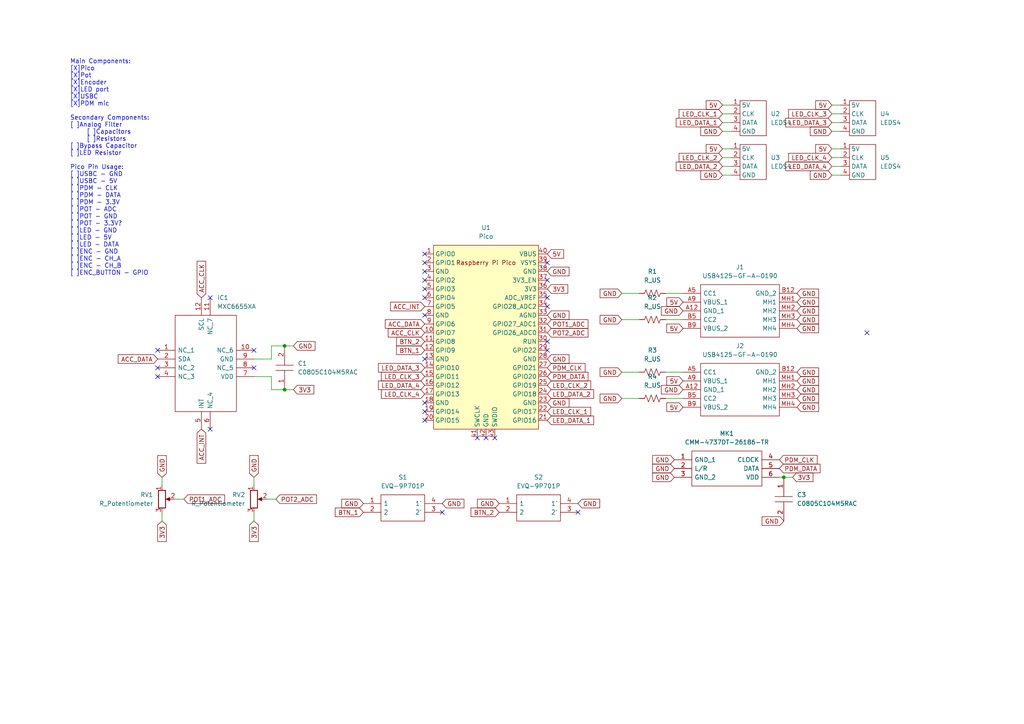
<source format=kicad_sch>
(kicad_sch (version 20211123) (generator eeschema)
  (paper "A4")
  (lib_symbols
    (symbol "CustomParts:LEDS4"
      (property "Reference" "U" (at 0 0 0))
      (property "Value" "LEDS4" (at 0 0 0))
      (symbol "LEDS4_0_1"
        (rectangle (start -3.81 -1.27) (end 3.81 -11.43))
      )
      (symbol "LEDS4_1_1"
        (pin input line (at -6.35 -2.54 0) (length 2.54) (name "5V") (number "1"))
        (pin input line (at -6.35 -5.08 0) (length 2.54) (name "CLK") (number "2"))
        (pin input line (at -6.35 -7.62 0) (length 2.54) (name "DATA") (number "3"))
        (pin input line (at -6.35 -10.16 0) (length 2.54) (name "GND") (number "4"))
      )
    )
    (symbol "Device:R_Potentiometer" (pin_names (offset 1.016) hide)
      (property "Reference" "RV" (at -4.445 0 90))
      (property "Value" "R_Potentiometer" (at -2.54 0 90))
      (symbol "R_Potentiometer_0_1"
        (polyline (pts (xy 2.54 0) (xy 1.524 0)))
        (polyline (pts (xy 1.143 0) (xy 2.286 0.508) (xy 2.286 -0.508) (xy 1.143 0)) (fill (type outline)))
        (rectangle (start 1.016 2.54) (end -1.016 -2.54) (stroke (width 0.254)))
      )
      (symbol "R_Potentiometer_1_1"
        (pin passive line (at 0 3.81 270) (length 1.27) (name "1") (number "1"))
        (pin passive line (at 3.81 0 180) (length 1.27) (name "2") (number "2"))
        (pin passive line (at 0 -3.81 90) (length 1.27) (name "3") (number "3"))
      )
    )
    (symbol "Device:R_US" (pin_numbers hide) (pin_names (offset 0))
      (property "Reference" "R" (at 2.54 0 90))
      (property "Value" "R_US" (at -2.54 0 90))
      (symbol "R_US_0_1"
        (polyline (pts (xy 0 -2.286) (xy 0 -2.54)))
        (polyline (pts (xy 0 2.286) (xy 0 2.54)))
        (polyline (pts (xy 0 -0.762) (xy 1.016 -1.143) (xy 0 -1.524) (xy -1.016 -1.905) (xy 0 -2.286)))
        (polyline (pts (xy 0 0.762) (xy 1.016 0.381) (xy 0 0) (xy -1.016 -0.381) (xy 0 -0.762)))
        (polyline (pts (xy 0 2.286) (xy 1.016 1.905) (xy 0 1.524) (xy -1.016 1.143) (xy 0 0.762)))
      )
      (symbol "R_US_1_1"
        (pin passive line (at 0 3.81 270) (length 1.27) (name "~") (number "1"))
        (pin passive line (at 0 -3.81 90) (length 1.27) (name "~") (number "2"))
      )
    )
    (symbol "LEDS4_1"
      (property "Reference" "U" (at 0 0 0))
      (property "Value" "LEDS4_1" (at 0 0 0))
      (symbol "LEDS4_1_0_1"
        (rectangle (start -3.81 -1.27) (end 3.81 -11.43))
      )
      (symbol "LEDS4_1_1_1"
        (pin input line (at -6.35 -2.54 0) (length 2.54) (name "5V") (number "1"))
        (pin input line (at -6.35 -5.08 0) (length 2.54) (name "CLK") (number "2"))
        (pin input line (at -6.35 -7.62 0) (length 2.54) (name "DATA") (number "3"))
        (pin input line (at -6.35 -10.16 0) (length 2.54) (name "GND") (number "4"))
      )
    )
    (symbol "LEDS4_2"
      (property "Reference" "U" (at 0 0 0))
      (property "Value" "LEDS4_2" (at 0 0 0))
      (symbol "LEDS4_2_0_1"
        (rectangle (start -3.81 -1.27) (end 3.81 -11.43))
      )
      (symbol "LEDS4_2_1_1"
        (pin input line (at -6.35 -2.54 0) (length 2.54) (name "5V") (number "1"))
        (pin input line (at -6.35 -5.08 0) (length 2.54) (name "CLK") (number "2"))
        (pin input line (at -6.35 -7.62 0) (length 2.54) (name "DATA") (number "3"))
        (pin input line (at -6.35 -10.16 0) (length 2.54) (name "GND") (number "4"))
      )
    )
    (symbol "LEDS4_3"
      (property "Reference" "U" (at 0 0 0))
      (property "Value" "LEDS4_3" (at 0 0 0))
      (symbol "LEDS4_3_0_1"
        (rectangle (start -3.81 -1.27) (end 3.81 -11.43))
      )
      (symbol "LEDS4_3_1_1"
        (pin input line (at -6.35 -2.54 0) (length 2.54) (name "5V") (number "1"))
        (pin input line (at -6.35 -5.08 0) (length 2.54) (name "CLK") (number "2"))
        (pin input line (at -6.35 -7.62 0) (length 2.54) (name "DATA") (number "3"))
        (pin input line (at -6.35 -10.16 0) (length 2.54) (name "GND") (number "4"))
      )
    )
    (symbol "MCU_RaspberryPi_and_Boards:Pico"
      (property "Reference" "U" (at -13.97 27.94 0))
      (property "Value" "Pico" (at 0 19.05 0))
      (symbol "Pico_0_0"
        (text "Raspberry Pi Pico" (at 0 21.59 0) (effects (font (size 1.27 1.27))))
      )
      (symbol "Pico_0_1"
        (rectangle (start -15.24 26.67) (end 15.24 -26.67) (fill (type background)))
      )
      (symbol "Pico_1_1"
        (pin bidirectional line (at -17.78 24.13 0) (length 2.54) (name "GPIO0") (number "1"))
        (pin bidirectional line (at -17.78 1.27 0) (length 2.54) (name "GPIO7") (number "10"))
        (pin bidirectional line (at -17.78 -1.27 0) (length 2.54) (name "GPIO8") (number "11"))
        (pin bidirectional line (at -17.78 -3.81 0) (length 2.54) (name "GPIO9") (number "12"))
        (pin power_in line (at -17.78 -6.35 0) (length 2.54) (name "GND") (number "13"))
        (pin bidirectional line (at -17.78 -8.89 0) (length 2.54) (name "GPIO10") (number "14"))
        (pin bidirectional line (at -17.78 -11.43 0) (length 2.54) (name "GPIO11") (number "15"))
        (pin bidirectional line (at -17.78 -13.97 0) (length 2.54) (name "GPIO12") (number "16"))
        (pin bidirectional line (at -17.78 -16.51 0) (length 2.54) (name "GPIO13") (number "17"))
        (pin power_in line (at -17.78 -19.05 0) (length 2.54) (name "GND") (number "18"))
        (pin bidirectional line (at -17.78 -21.59 0) (length 2.54) (name "GPIO14") (number "19"))
        (pin bidirectional line (at -17.78 21.59 0) (length 2.54) (name "GPIO1") (number "2"))
        (pin bidirectional line (at -17.78 -24.13 0) (length 2.54) (name "GPIO15") (number "20"))
        (pin bidirectional line (at 17.78 -24.13 180) (length 2.54) (name "GPIO16") (number "21"))
        (pin bidirectional line (at 17.78 -21.59 180) (length 2.54) (name "GPIO17") (number "22"))
        (pin power_in line (at 17.78 -19.05 180) (length 2.54) (name "GND") (number "23"))
        (pin bidirectional line (at 17.78 -16.51 180) (length 2.54) (name "GPIO18") (number "24"))
        (pin bidirectional line (at 17.78 -13.97 180) (length 2.54) (name "GPIO19") (number "25"))
        (pin bidirectional line (at 17.78 -11.43 180) (length 2.54) (name "GPIO20") (number "26"))
        (pin bidirectional line (at 17.78 -8.89 180) (length 2.54) (name "GPIO21") (number "27"))
        (pin power_in line (at 17.78 -6.35 180) (length 2.54) (name "GND") (number "28"))
        (pin bidirectional line (at 17.78 -3.81 180) (length 2.54) (name "GPIO22") (number "29"))
        (pin power_in line (at -17.78 19.05 0) (length 2.54) (name "GND") (number "3"))
        (pin input line (at 17.78 -1.27 180) (length 2.54) (name "RUN") (number "30"))
        (pin bidirectional line (at 17.78 1.27 180) (length 2.54) (name "GPIO26_ADC0") (number "31"))
        (pin bidirectional line (at 17.78 3.81 180) (length 2.54) (name "GPIO27_ADC1") (number "32"))
        (pin power_in line (at 17.78 6.35 180) (length 2.54) (name "AGND") (number "33"))
        (pin bidirectional line (at 17.78 8.89 180) (length 2.54) (name "GPIO28_ADC2") (number "34"))
        (pin power_in line (at 17.78 11.43 180) (length 2.54) (name "ADC_VREF") (number "35"))
        (pin power_in line (at 17.78 13.97 180) (length 2.54) (name "3V3") (number "36"))
        (pin input line (at 17.78 16.51 180) (length 2.54) (name "3V3_EN") (number "37"))
        (pin bidirectional line (at 17.78 19.05 180) (length 2.54) (name "GND") (number "38"))
        (pin power_in line (at 17.78 21.59 180) (length 2.54) (name "VSYS") (number "39"))
        (pin bidirectional line (at -17.78 16.51 0) (length 2.54) (name "GPIO2") (number "4"))
        (pin power_in line (at 17.78 24.13 180) (length 2.54) (name "VBUS") (number "40"))
        (pin input line (at -2.54 -29.21 90) (length 2.54) (name "SWCLK") (number "41"))
        (pin power_in line (at 0 -29.21 90) (length 2.54) (name "GND") (number "42"))
        (pin bidirectional line (at 2.54 -29.21 90) (length 2.54) (name "SWDIO") (number "43"))
        (pin bidirectional line (at -17.78 13.97 0) (length 2.54) (name "GPIO3") (number "5"))
        (pin bidirectional line (at -17.78 11.43 0) (length 2.54) (name "GPIO4") (number "6"))
        (pin bidirectional line (at -17.78 8.89 0) (length 2.54) (name "GPIO5") (number "7"))
        (pin power_in line (at -17.78 6.35 0) (length 2.54) (name "GND") (number "8"))
        (pin bidirectional line (at -17.78 3.81 0) (length 2.54) (name "GPIO6") (number "9"))
      )
    )
    (symbol "SamacSys_Parts:C0805C104M5RAC" (pin_names (offset 0.762))
      (property "Reference" "C" (at 8.89 6.35 0))
      (property "Value" "C0805C104M5RAC" (at 8.89 3.81 0))
      (symbol "C0805C104M5RAC_0_0"
        (pin passive line (at 0 0 0) (length 5.08) (name "~") (number "1"))
        (pin passive line (at 12.7 0 180) (length 5.08) (name "~") (number "2"))
      )
      (symbol "C0805C104M5RAC_0_1"
        (polyline (pts (xy 5.08 0) (xy 5.588 0)) (stroke (width 0.1524)))
        (polyline (pts (xy 5.588 2.54) (xy 5.588 -2.54)) (stroke (width 0.1524)))
        (polyline (pts (xy 7.112 0) (xy 7.62 0)) (stroke (width 0.1524)))
        (polyline (pts (xy 7.112 2.54) (xy 7.112 -2.54)) (stroke (width 0.1524)))
      )
    )
    (symbol "SamacSys_Parts:CMM-4737DT-26186-TR" (pin_names (offset 0.762))
      (property "Reference" "MK" (at 26.67 7.62 0))
      (property "Value" "CMM-4737DT-26186-TR" (at 26.67 5.08 0))
      (symbol "CMM-4737DT-26186-TR_0_0"
        (pin passive line (at 0 0 0) (length 5.08) (name "GND_1") (number "1"))
        (pin passive line (at 0 -2.54 0) (length 5.08) (name "L/R") (number "2"))
        (pin passive line (at 0 -5.08 0) (length 5.08) (name "GND_2") (number "3"))
        (pin passive line (at 30.48 0 180) (length 5.08) (name "CLOCK") (number "4"))
        (pin passive line (at 30.48 -2.54 180) (length 5.08) (name "DATA") (number "5"))
        (pin passive line (at 30.48 -5.08 180) (length 5.08) (name "VDD") (number "6"))
      )
      (symbol "CMM-4737DT-26186-TR_0_1"
        (polyline (pts (xy 5.08 2.54) (xy 25.4 2.54) (xy 25.4 -7.62) (xy 5.08 -7.62) (xy 5.08 2.54)) (stroke (width 0.1524)))
      )
    )
    (symbol "SamacSys_Parts:EVQ-9P701P" (pin_names (offset 0.762))
      (property "Reference" "S" (at 19.05 7.62 0))
      (property "Value" "EVQ-9P701P" (at 19.05 5.08 0))
      (symbol "EVQ-9P701P_0_0"
        (pin passive line (at 0 0 0) (length 5.08) (name "1") (number "1"))
        (pin passive line (at 0 -2.54 0) (length 5.08) (name "2") (number "2"))
        (pin passive line (at 22.86 -2.54 180) (length 5.08) (name "2'") (number "3"))
        (pin passive line (at 22.86 0 180) (length 5.08) (name "1'") (number "4"))
      )
      (symbol "EVQ-9P701P_0_1"
        (polyline (pts (xy 5.08 2.54) (xy 17.78 2.54) (xy 17.78 -5.08) (xy 5.08 -5.08) (xy 5.08 2.54)) (stroke (width 0.1524)))
      )
    )
    (symbol "SamacSys_Parts:MXC6655XA" (pin_names (offset 0.762))
      (property "Reference" "IC" (at 24.13 15.24 0))
      (property "Value" "MXC6655XA" (at 24.13 12.7 0))
      (symbol "MXC6655XA_0_0"
        (pin passive line (at 0 0 0) (length 5.08) (name "NC_1") (number "1"))
        (pin passive line (at 27.94 0 180) (length 5.08) (name "NC_6") (number "10"))
        (pin passive line (at 15.24 15.24 270) (length 5.08) (name "NC_7") (number "11"))
        (pin passive line (at 12.7 15.24 270) (length 5.08) (name "SCL") (number "12"))
        (pin passive line (at 0 -2.54 0) (length 5.08) (name "SDA") (number "2"))
        (pin passive line (at 0 -5.08 0) (length 5.08) (name "NC_2") (number "3"))
        (pin passive line (at 0 -7.62 0) (length 5.08) (name "NC_3") (number "4"))
        (pin passive line (at 12.7 -22.86 90) (length 5.08) (name "INT") (number "5"))
        (pin passive line (at 15.24 -22.86 90) (length 5.08) (name "NC_4") (number "6"))
        (pin passive line (at 27.94 -7.62 180) (length 5.08) (name "VDD") (number "7"))
        (pin passive line (at 27.94 -5.08 180) (length 5.08) (name "NC_5") (number "8"))
        (pin passive line (at 27.94 -2.54 180) (length 5.08) (name "GND") (number "9"))
      )
      (symbol "MXC6655XA_0_1"
        (polyline (pts (xy 5.08 10.16) (xy 22.86 10.16) (xy 22.86 -17.78) (xy 5.08 -17.78) (xy 5.08 10.16)) (stroke (width 0.1524)))
      )
    )
    (symbol "SamacSys_Parts:USB4125-GF-A-0190" (pin_names (offset 0.762))
      (property "Reference" "J" (at 29.21 7.62 0))
      (property "Value" "USB4125-GF-A-0190" (at 29.21 5.08 0))
      (symbol "USB4125-GF-A-0190_0_0"
        (pin passive line (at 0 -5.08 0) (length 5.08) (name "GND_1") (number "A12"))
        (pin passive line (at 0 0 0) (length 5.08) (name "CC1") (number "A5"))
        (pin passive line (at 0 -2.54 0) (length 5.08) (name "VBUS_1") (number "A9"))
        (pin passive line (at 33.02 0 180) (length 5.08) (name "GND_2") (number "B12"))
        (pin passive line (at 0 -7.62 0) (length 5.08) (name "CC2") (number "B5"))
        (pin passive line (at 0 -10.16 0) (length 5.08) (name "VBUS_2") (number "B9"))
        (pin passive line (at 33.02 -2.54 180) (length 5.08) (name "MH1") (number "MH1"))
        (pin passive line (at 33.02 -5.08 180) (length 5.08) (name "MH2") (number "MH2"))
        (pin passive line (at 33.02 -7.62 180) (length 5.08) (name "MH3") (number "MH3"))
        (pin passive line (at 33.02 -10.16 180) (length 5.08) (name "MH4") (number "MH4"))
      )
      (symbol "USB4125-GF-A-0190_0_1"
        (polyline (pts (xy 5.08 2.54) (xy 27.94 2.54) (xy 27.94 -12.7) (xy 5.08 -12.7) (xy 5.08 2.54)) (stroke (width 0.1524)))
      )
    )
  )
  (junction (at 227.33 138.43))
  (junction (at 82.55 113.03))
  (junction (at 82.55 100.33))
  (no_connect (at 158.75 101.6))
  (no_connect (at 123.19 121.92))
  (no_connect (at 251.46 96.52))
  (no_connect (at 123.19 83.82))
  (no_connect (at 45.72 106.68))
  (no_connect (at 45.72 109.22))
  (no_connect (at 60.96 124.46))
  (no_connect (at 60.96 86.36))
  (no_connect (at 73.66 101.6))
  (no_connect (at 73.66 106.68))
  (no_connect (at 45.72 101.6))
  (no_connect (at 167.64 148.59))
  (no_connect (at 128.27 148.59))
  (no_connect (at 123.19 116.84))
  (no_connect (at 123.19 86.36))
  (no_connect (at 158.75 88.9))
  (no_connect (at 123.19 81.28))
  (no_connect (at 123.19 119.38))
  (no_connect (at 123.19 73.66))
  (no_connect (at 123.19 76.2))
  (no_connect (at 123.19 78.74))
  (no_connect (at 123.19 104.14))
  (no_connect (at 123.19 91.44))
  (no_connect (at 158.75 86.36))
  (no_connect (at 140.97 127))
  (no_connect (at 143.51 127))
  (no_connect (at 138.43 127))
  (no_connect (at 158.75 99.06))
  (no_connect (at 158.75 76.2))
  (no_connect (at 158.75 81.28))
  (wire (pts (xy 241.3 43.18) (xy 243.84 43.18)))
  (wire (pts (xy 78.74 100.33) (xy 82.55 100.33)))
  (wire (pts (xy 82.55 113.03) (xy 85.09 113.03)))
  (wire (pts (xy 78.74 109.22) (xy 78.74 113.03)))
  (wire (pts (xy 193.04 115.57) (xy 198.12 115.57)))
  (wire (pts (xy 193.04 85.09) (xy 198.12 85.09)))
  (wire (pts (xy 241.3 30.48) (xy 243.84 30.48)))
  (wire (pts (xy 77.47 144.78) (xy 80.01 144.78)))
  (wire (pts (xy 73.66 138.43) (xy 73.66 140.97)))
  (wire (pts (xy 209.55 35.56) (xy 212.09 35.56)))
  (wire (pts (xy 180.34 85.09) (xy 185.42 85.09)))
  (wire (pts (xy 241.3 48.26) (xy 243.84 48.26)))
  (wire (pts (xy 193.04 92.71) (xy 198.12 92.71)))
  (wire (pts (xy 209.55 38.1) (xy 212.09 38.1)))
  (wire (pts (xy 241.3 35.56) (xy 243.84 35.56)))
  (wire (pts (xy 180.34 115.57) (xy 185.42 115.57)))
  (wire (pts (xy 241.3 50.8) (xy 243.84 50.8)))
  (wire (pts (xy 209.55 48.26) (xy 212.09 48.26)))
  (wire (pts (xy 46.99 148.59) (xy 46.99 151.13)))
  (wire (pts (xy 82.55 100.33) (xy 85.09 100.33)))
  (wire (pts (xy 209.55 30.48) (xy 212.09 30.48)))
  (wire (pts (xy 227.33 138.43) (xy 226.06 138.43)))
  (wire (pts (xy 209.55 50.8) (xy 212.09 50.8)))
  (wire (pts (xy 180.34 92.71) (xy 185.42 92.71)))
  (wire (pts (xy 73.66 148.59) (xy 73.66 151.13)))
  (wire (pts (xy 229.87 138.43) (xy 227.33 138.43)))
  (wire (pts (xy 73.66 109.22) (xy 78.74 109.22)))
  (wire (pts (xy 73.66 104.14) (xy 78.74 104.14)))
  (wire (pts (xy 50.8 144.78) (xy 53.34 144.78)))
  (wire (pts (xy 78.74 104.14) (xy 78.74 100.33)))
  (wire (pts (xy 209.55 43.18) (xy 212.09 43.18)))
  (wire (pts (xy 78.74 113.03) (xy 82.55 113.03)))
  (wire (pts (xy 241.3 38.1) (xy 243.84 38.1)))
  (wire (pts (xy 193.04 107.95) (xy 198.12 107.95)))
  (wire (pts (xy 209.55 33.02) (xy 212.09 33.02)))
  (wire (pts (xy 209.55 45.72) (xy 212.09 45.72)))
  (wire (pts (xy 241.3 45.72) (xy 243.84 45.72)))
  (wire (pts (xy 180.34 107.95) (xy 185.42 107.95)))
  (wire (pts (xy 46.99 138.43) (xy 46.99 140.97)))
  (wire (pts (xy 241.3 33.02) (xy 243.84 33.02)))
  (text "Main Components:\n[X]Pico\n[X]Pot\n[X]Encoder\n[X]LED port\n[X]USBC\n[X]PDM mic\n\nSecondary Components:\n[ ]Analog Filter\n	[ ]Capacitors\n	[ ]Resistors\n[ ]Bypass Capacitor\n[ ]LED Resistor\n\nPico Pin Usage:\n[ ]USBC - GND\n[ ]USBC - 5V\n[ ]PDM - CLK\n[ ]PDM - DATA\n[ ]PDM - 3.3V\n[ ]POT - ADC\n[ ]POT - GND\n[ ]POT - 3.3V?\n[ ]LED - GND\n[ ]LED - 5V\n[ ]LED - DATA\n[ ]ENC - GND\n[ ]ENC - CH_A\n[ ]ENC - CH_B\n[ ]ENC_BUTTON - GPIO\n" (at 20.32 80.01 0) (effects (font (size 1.27 1.27)) (justify left bottom)))
  (global_label "GND" (shape input) (at 231.14 118.11 0) (property "Intersheet References" "${INTERSHEET_REFS}" (effects hide)))
  (global_label "LED_CLK_1" (shape input) (at 158.75 119.38 0) (property "Intersheet References" "${INTERSHEET_REFS}" (effects hide)))
  (global_label "BTN_2" (shape input) (at 144.78 148.59 180) (property "Intersheet References" "${INTERSHEET_REFS}" (effects hide)))
  (global_label "GND" (shape input) (at 167.64 146.05 0) (property "Intersheet References" "${INTERSHEET_REFS}" (effects hide)))
  (global_label "GND" (shape input) (at 231.14 92.71 0) (property "Intersheet References" "${INTERSHEET_REFS}" (effects hide)))
  (global_label "LED_DATA_3" (shape input) (at 123.19 106.68 180) (property "Intersheet References" "${INTERSHEET_REFS}" (effects hide)))
  (global_label "LED_CLK_3" (shape input) (at 241.3 33.02 180) (property "Intersheet References" "${INTERSHEET_REFS}" (effects hide)))
  (global_label "ACC_INT" (shape input) (at 58.42 124.46 270) (property "Intersheet References" "${INTERSHEET_REFS}" (effects hide)))
  (global_label "POT1_ADC" (shape input) (at 53.34 144.78 0) (property "Intersheet References" "${INTERSHEET_REFS}" (effects hide)))
  (global_label "GND" (shape input) (at 105.41 146.05 180) (property "Intersheet References" "${INTERSHEET_REFS}" (effects hide)))
  (global_label "GND" (shape input) (at 46.99 138.43 90) (property "Intersheet References" "${INTERSHEET_REFS}" (effects hide)))
  (global_label "LED_DATA_1" (shape input) (at 158.75 121.92 0) (property "Intersheet References" "${INTERSHEET_REFS}" (effects hide)))
  (global_label "GND" (shape input) (at 227.33 151.13 180) (property "Intersheet References" "${INTERSHEET_REFS}" (effects hide)))
  (global_label "3V3" (shape input) (at 46.99 151.13 270) (property "Intersheet References" "${INTERSHEET_REFS}" (effects hide)))
  (global_label "GND" (shape input) (at 85.09 100.33 0) (property "Intersheet References" "${INTERSHEET_REFS}" (effects hide)))
  (global_label "ACC_CLK" (shape input) (at 123.19 96.52 180) (property "Intersheet References" "${INTERSHEET_REFS}" (effects hide)))
  (global_label "GND" (shape input) (at 180.34 115.57 180) (property "Intersheet References" "${INTERSHEET_REFS}" (effects hide)))
  (global_label "PDM_CLK" (shape input) (at 226.06 133.35 0) (property "Intersheet References" "${INTERSHEET_REFS}" (effects hide)))
  (global_label "GND" (shape input) (at 180.34 107.95 180) (property "Intersheet References" "${INTERSHEET_REFS}" (effects hide)))
  (global_label "LED_CLK_1" (shape input) (at 209.55 33.02 180) (property "Intersheet References" "${INTERSHEET_REFS}" (effects hide)))
  (global_label "LED_DATA_4" (shape input) (at 123.19 111.76 180) (property "Intersheet References" "${INTERSHEET_REFS}" (effects hide)))
  (global_label "ACC_CLK" (shape input) (at 58.42 86.36 90) (property "Intersheet References" "${INTERSHEET_REFS}" (effects hide)))
  (global_label "GND" (shape input) (at 73.66 138.43 90) (property "Intersheet References" "${INTERSHEET_REFS}" (effects hide)))
  (global_label "GND" (shape input) (at 158.75 91.44 0) (property "Intersheet References" "${INTERSHEET_REFS}" (effects hide)))
  (global_label "BTN_1" (shape input) (at 105.41 148.59 180) (property "Intersheet References" "${INTERSHEET_REFS}" (effects hide)))
  (global_label "GND" (shape input) (at 241.3 38.1 180) (property "Intersheet References" "${INTERSHEET_REFS}" (effects hide)))
  (global_label "5V" (shape input) (at 158.75 73.66 0) (property "Intersheet References" "${INTERSHEET_REFS}" (effects hide)))
  (global_label "5V" (shape input) (at 209.55 43.18 180) (property "Intersheet References" "${INTERSHEET_REFS}" (effects hide)))
  (global_label "LED_CLK_2" (shape input) (at 158.75 111.76 0) (property "Intersheet References" "${INTERSHEET_REFS}" (effects hide)))
  (global_label "PDM_DATA" (shape input) (at 158.75 109.22 0) (property "Intersheet References" "${INTERSHEET_REFS}" (effects hide)))
  (global_label "LED_CLK_3" (shape input) (at 123.19 109.22 180) (property "Intersheet References" "${INTERSHEET_REFS}" (effects hide)))
  (global_label "5V" (shape input) (at 241.3 43.18 180) (property "Intersheet References" "${INTERSHEET_REFS}" (effects hide)))
  (global_label "GND" (shape input) (at 209.55 50.8 180) (property "Intersheet References" "${INTERSHEET_REFS}" (effects hide)))
  (global_label "GND" (shape input) (at 158.75 116.84 0) (property "Intersheet References" "${INTERSHEET_REFS}" (effects hide)))
  (global_label "POT2_ADC" (shape input) (at 80.01 144.78 0) (property "Intersheet References" "${INTERSHEET_REFS}" (effects hide)))
  (global_label "LED_CLK_4" (shape input) (at 241.3 45.72 180) (property "Intersheet References" "${INTERSHEET_REFS}" (effects hide)))
  (global_label "GND" (shape input) (at 231.14 115.57 0) (property "Intersheet References" "${INTERSHEET_REFS}" (effects hide)))
  (global_label "GND" (shape input) (at 231.14 90.17 0) (property "Intersheet References" "${INTERSHEET_REFS}" (effects hide)))
  (global_label "5V" (shape input) (at 209.55 30.48 180) (property "Intersheet References" "${INTERSHEET_REFS}" (effects hide)))
  (global_label "POT1_ADC" (shape input) (at 158.75 93.98 0) (property "Intersheet References" "${INTERSHEET_REFS}" (effects hide)))
  (global_label "LED_CLK_2" (shape input) (at 209.55 45.72 180) (property "Intersheet References" "${INTERSHEET_REFS}" (effects hide)))
  (global_label "GND" (shape input) (at 195.58 138.43 180) (property "Intersheet References" "${INTERSHEET_REFS}" (effects hide)))
  (global_label "5V" (shape input) (at 241.3 30.48 180) (property "Intersheet References" "${INTERSHEET_REFS}" (effects hide)))
  (global_label "5V" (shape input) (at 198.12 87.63 180) (property "Intersheet References" "${INTERSHEET_REFS}" (effects hide)))
  (global_label "POT2_ADC" (shape input) (at 158.75 96.52 0) (property "Intersheet References" "${INTERSHEET_REFS}" (effects hide)))
  (global_label "LED_DATA_1" (shape input) (at 209.55 35.56 180) (property "Intersheet References" "${INTERSHEET_REFS}" (effects hide)))
  (global_label "GND" (shape input) (at 231.14 110.49 0) (property "Intersheet References" "${INTERSHEET_REFS}" (effects hide)))
  (global_label "LED_DATA_3" (shape input) (at 241.3 35.56 180) (property "Intersheet References" "${INTERSHEET_REFS}" (effects hide)))
  (global_label "3V3" (shape input) (at 85.09 113.03 0) (property "Intersheet References" "${INTERSHEET_REFS}" (effects hide)))
  (global_label "5V" (shape input) (at 198.12 110.49 180) (property "Intersheet References" "${INTERSHEET_REFS}" (effects hide)))
  (global_label "GND" (shape input) (at 158.75 78.74 0) (property "Intersheet References" "${INTERSHEET_REFS}" (effects hide)))
  (global_label "LED_DATA_2" (shape input) (at 158.75 114.3 0) (property "Intersheet References" "${INTERSHEET_REFS}" (effects hide)))
  (global_label "3V3" (shape input) (at 229.87 138.43 0) (property "Intersheet References" "${INTERSHEET_REFS}" (effects hide)))
  (global_label "GND" (shape input) (at 158.75 104.14 0) (property "Intersheet References" "${INTERSHEET_REFS}" (effects hide)))
  (global_label "GND" (shape input) (at 198.12 113.03 180) (property "Intersheet References" "${INTERSHEET_REFS}" (effects hide)))
  (global_label "ACC_DATA" (shape input) (at 123.19 93.98 180) (property "Intersheet References" "${INTERSHEET_REFS}" (effects hide)))
  (global_label "GND" (shape input) (at 180.34 85.09 180) (property "Intersheet References" "${INTERSHEET_REFS}" (effects hide)))
  (global_label "BTN_1" (shape input) (at 123.19 101.6 180) (property "Intersheet References" "${INTERSHEET_REFS}" (effects hide)))
  (global_label "PDM_CLK" (shape input) (at 158.75 106.68 0) (property "Intersheet References" "${INTERSHEET_REFS}" (effects hide)))
  (global_label "GND" (shape input) (at 195.58 135.89 180) (property "Intersheet References" "${INTERSHEET_REFS}" (effects hide)))
  (global_label "GND" (shape input) (at 231.14 95.25 0) (property "Intersheet References" "${INTERSHEET_REFS}" (effects hide)))
  (global_label "ACC_DATA" (shape input) (at 45.72 104.14 180) (property "Intersheet References" "${INTERSHEET_REFS}" (effects hide)))
  (global_label "5V" (shape input) (at 198.12 95.25 180) (property "Intersheet References" "${INTERSHEET_REFS}" (effects hide)))
  (global_label "GND" (shape input) (at 241.3 50.8 180) (property "Intersheet References" "${INTERSHEET_REFS}" (effects hide)))
  (global_label "ACC_INT" (shape input) (at 123.19 88.9 180) (property "Intersheet References" "${INTERSHEET_REFS}" (effects hide)))
  (global_label "LED_DATA_4" (shape input) (at 241.3 48.26 180) (property "Intersheet References" "${INTERSHEET_REFS}" (effects hide)))
  (global_label "GND" (shape input) (at 180.34 92.71 180) (property "Intersheet References" "${INTERSHEET_REFS}" (effects hide)))
  (global_label "GND" (shape input) (at 231.14 85.09 0) (property "Intersheet References" "${INTERSHEET_REFS}" (effects hide)))
  (global_label "LED_DATA_2" (shape input) (at 209.55 48.26 180) (property "Intersheet References" "${INTERSHEET_REFS}" (effects hide)))
  (global_label "5V" (shape input) (at 198.12 118.11 180) (property "Intersheet References" "${INTERSHEET_REFS}" (effects hide)))
  (global_label "GND" (shape input) (at 128.27 146.05 0) (property "Intersheet References" "${INTERSHEET_REFS}" (effects hide)))
  (global_label "GND" (shape input) (at 195.58 133.35 180) (property "Intersheet References" "${INTERSHEET_REFS}" (effects hide)))
  (global_label "GND" (shape input) (at 231.14 113.03 0) (property "Intersheet References" "${INTERSHEET_REFS}" (effects hide)))
  (global_label "LED_CLK_4" (shape input) (at 123.19 114.3 180) (property "Intersheet References" "${INTERSHEET_REFS}" (effects hide)))
  (global_label "GND" (shape input) (at 231.14 87.63 0) (property "Intersheet References" "${INTERSHEET_REFS}" (effects hide)))
  (global_label "GND" (shape input) (at 144.78 146.05 180) (property "Intersheet References" "${INTERSHEET_REFS}" (effects hide)))
  (global_label "3V3" (shape input) (at 158.75 83.82 0) (property "Intersheet References" "${INTERSHEET_REFS}" (effects hide)))
  (global_label "GND" (shape input) (at 198.12 90.17 180) (property "Intersheet References" "${INTERSHEET_REFS}" (effects hide)))
  (global_label "PDM_DATA" (shape input) (at 226.06 135.89 0) (property "Intersheet References" "${INTERSHEET_REFS}" (effects hide)))
  (global_label "GND" (shape input) (at 209.55 38.1 180) (property "Intersheet References" "${INTERSHEET_REFS}" (effects hide)))
  (global_label "BTN_2" (shape input) (at 123.19 99.06 180) (property "Intersheet References" "${INTERSHEET_REFS}" (effects hide)))
  (global_label "GND" (shape input) (at 231.14 107.95 0) (property "Intersheet References" "${INTERSHEET_REFS}" (effects hide)))
  (global_label "3V3" (shape input) (at 73.66 151.13 270) (property "Intersheet References" "${INTERSHEET_REFS}" (effects hide)))
  (symbol (lib_id "Device:R_US") (at 189.23 107.95 90) (unit 1)
    (property "Reference" "R3" (at 189.23 101.6 90))
    (property "Value" "R_US" (at 189.23 104.14 90))
    (property "Footprint" "Resistor_SMD:R_0805_2012Metric" (effects hide))
  )
  (symbol (lib_id "Device:R_US") (at 189.23 115.57 90) (unit 1)
    (property "Reference" "R4" (at 189.23 109.22 90))
    (property "Value" "R_US" (at 189.23 111.76 90))
    (property "Footprint" "Resistor_SMD:R_0805_2012Metric" (effects hide))
  )
  (symbol (lib_name "LEDS4_2") (lib_id "CustomParts:LEDS4") (at 250.19 40.64 0) (unit 1)
    (property "Reference" "U5" (at 255.27 45.7199 0) (effects (justify left)))
    (property "Value" "LEDS4" (at 255.27 48.2599 0) (effects (justify left)))
    (property "Footprint" "SamacSys_Parts:LEDS4" (effects hide))
  )
  (symbol (lib_id "SamacSys_Parts:C0805C104M5RAC") (at 82.55 113.03 90) (unit 1)
    (property "Reference" "C1" (at 86.36 105.4099 90) (effects (justify right)))
    (property "Value" "C0805C104M5RAC" (at 86.36 107.9499 90) (effects (justify right)))
    (property "Footprint" "CAPC2012X88N" (effects hide))
    (property "Datasheet" "https://connect.kemet.com:7667/gateway/IntelliData-ComponentDocumentation/1.0/download/specsheet/C0805C104M5RAC%7bBULK%7d" (effects hide))
    (property "Description" "Multilayer Ceramic Capacitors MLCC - SMD/SMT 50V 0.1uF X7R 0805 20%" (effects hide))
    (property "Height" "0.88" (effects hide))
    (property "Mouser Part Number" "80-C0805C104M5RAC" (effects hide))
    (property "Mouser Price/Stock" "https://www.mouser.co.uk/ProductDetail/KEMET/C0805C104M5RAC?qs=VOOUd%252Bza08rWzt4y8eXMuQ%3D%3D" (effects hide))
    (property "Manufacturer_Name" "KEMET" (effects hide))
    (property "Manufacturer_Part_Number" "C0805C104M5RAC" (effects hide))
  )
  (symbol (lib_name "LEDS4_1") (lib_id "CustomParts:LEDS4") (at 250.19 27.94 0) (unit 1)
    (property "Reference" "U4" (at 255.27 33.0199 0) (effects (justify left)))
    (property "Value" "LEDS4" (at 255.27 35.5599 0) (effects (justify left)))
    (property "Footprint" "SamacSys_Parts:LEDS4" (effects hide))
  )
  (symbol (lib_id "Device:R_Potentiometer") (at 46.99 144.78 0) (unit 1)
    (property "Reference" "RV1" (at 44.45 143.5099 0) (effects (justify right)))
    (property "Value" "R_Potentiometer" (at 44.45 146.0499 0) (effects (justify right)))
    (property "Footprint" "Varistor:3352T-1-104LF" (effects hide))
  )
  (symbol (lib_id "Device:R_US") (at 189.23 92.71 90) (unit 1)
    (property "Reference" "R2" (at 189.23 86.36 90))
    (property "Value" "R_US" (at 189.23 88.9 90))
    (property "Footprint" "Resistor_SMD:R_0805_2012Metric" (effects hide))
  )
  (symbol (lib_id "Device:R_US") (at 189.23 85.09 90) (unit 1)
    (property "Reference" "R1" (at 189.23 78.74 90))
    (property "Value" "R_US" (at 189.23 81.28 90))
    (property "Footprint" "Resistor_SMD:R_0805_2012Metric" (effects hide))
  )
  (symbol (lib_id "SamacSys_Parts:C0805C104M5RAC") (at 227.33 138.43 270) (unit 1)
    (property "Reference" "C3" (at 231.14 143.5099 90) (effects (justify left)))
    (property "Value" "C0805C104M5RAC" (at 231.14 146.0499 90) (effects (justify left)))
    (property "Footprint" "SamacSys_Parts:CAPC2012X88N" (effects hide))
    (property "Datasheet" "https://connect.kemet.com:7667/gateway/IntelliData-ComponentDocumentation/1.0/download/specsheet/C0805C104M5RAC%7bBULK%7d" (effects hide))
    (property "Description" "Multilayer Ceramic Capacitors MLCC - SMD/SMT 50V 0.1uF X7R 0805 20%" (effects hide))
    (property "Height" "0.88" (effects hide))
    (property "Mouser Part Number" "80-C0805C104M5RAC" (effects hide))
    (property "Mouser Price/Stock" "https://www.mouser.co.uk/ProductDetail/KEMET/C0805C104M5RAC?qs=VOOUd%252Bza08rWzt4y8eXMuQ%3D%3D" (effects hide))
    (property "Manufacturer_Name" "KEMET" (effects hide))
    (property "Manufacturer_Part_Number" "C0805C104M5RAC" (effects hide))
  )
  (symbol (lib_name "LEDS4_3") (lib_id "CustomParts:LEDS4") (at 218.44 27.94 0) (unit 1)
    (property "Reference" "U2" (at 223.52 33.0199 0) (effects (justify left)))
    (property "Value" "LEDS4" (at 223.52 35.5599 0) (effects (justify left)))
    (property "Footprint" "SamacSys_Parts:LEDS4" (effects hide))
  )
  (symbol (lib_id "Device:R_Potentiometer") (at 73.66 144.78 0) (unit 1)
    (property "Reference" "RV2" (at 71.12 143.5099 0) (effects (justify right)))
    (property "Value" "R_Potentiometer" (at 71.12 146.0499 0) (effects (justify right)))
    (property "Footprint" "Varistor:3352T-1-104LF" (effects hide))
  )
  (symbol (lib_id "SamacSys_Parts:USB4125-GF-A-0190") (at 198.12 107.95 0) (unit 1)
    (property "Reference" "J2" (at 214.63 100.33 0))
    (property "Value" "USB4125-GF-A-0190" (at 214.63 102.87 0))
    (property "Footprint" "SamacSys_Parts:USB4125GFA0190" (effects hide))
    (property "Description" "USB Connectors USB C Rec GF RA 6P SMT TH Stakes 1.9mm" (effects hide))
    (property "Height" "3.41" (effects hide))
    (property "Mouser Part Number" "640-USB4125-GF-A-190" (effects hide))
    (property "Mouser Price/Stock" "https://www.mouser.co.uk/ProductDetail/GCT/USB4125-GF-A-0190?qs=QNEnbhJQKvbCz4hEJBS24w%3D%3D" (effects hide))
    (property "Manufacturer_Name" "GCT (GLOBAL CONNECTOR TECHNOLOGY)" (effects hide))
    (property "Manufacturer_Part_Number" "USB4125-GF-A-0190" (effects hide))
  )
  (symbol (lib_id "SamacSys_Parts:EVQ-9P701P") (at 105.41 146.05 0) (unit 1)
    (property "Reference" "S1" (at 116.84 138.43 0))
    (property "Value" "EVQ-9P701P" (at 116.84 140.97 0))
    (property "Footprint" "EVQ-9P701P" (effects hide))
    (property "Datasheet" "https://industrial.panasonic.com/cdbs/www-data/pdf/ATK0000/ATK0000C378.pdf" (effects hide))
    (property "Description" "Tactile Switches SMD 3.5X2.9MM SID-OP L SHAPED TERM 1.6N" (effects hide))
    (property "Mouser Part Number" "667-EVQ-9P701P" (effects hide))
    (property "Mouser Price/Stock" "https://www.mouser.co.uk/ProductDetail/Panasonic/EVQ-9P701P?qs=NPkb10g2yLBKCwpELvsGNg%3D%3D" (effects hide))
    (property "Manufacturer_Name" "Panasonic" (effects hide))
    (property "Manufacturer_Part_Number" "EVQ-9P701P" (effects hide))
  )
  (symbol (lib_id "SamacSys_Parts:USB4125-GF-A-0190") (at 198.12 85.09 0) (unit 1)
    (property "Reference" "J1" (at 214.63 77.47 0))
    (property "Value" "USB4125-GF-A-0190" (at 214.63 80.01 0))
    (property "Footprint" "SamacSys_Parts:USB4125GFA0190" (effects hide))
    (property "Description" "USB Connectors USB C Rec GF RA 6P SMT TH Stakes 1.9mm" (effects hide))
    (property "Height" "3.41" (effects hide))
    (property "Mouser Part Number" "640-USB4125-GF-A-190" (effects hide))
    (property "Mouser Price/Stock" "https://www.mouser.co.uk/ProductDetail/GCT/USB4125-GF-A-0190?qs=QNEnbhJQKvbCz4hEJBS24w%3D%3D" (effects hide))
    (property "Manufacturer_Name" "GCT (GLOBAL CONNECTOR TECHNOLOGY)" (effects hide))
    (property "Manufacturer_Part_Number" "USB4125-GF-A-0190" (effects hide))
  )
  (symbol (lib_id "SamacSys_Parts:MXC6655XA") (at 45.72 101.6 0) (unit 1)
    (property "Reference" "IC1" (at 62.9794 86.36 0) (effects (justify left)))
    (property "Value" "MXC6655XA" (at 62.9794 88.9 0) (effects (justify left)))
    (property "Footprint" "MXC6655XA" (effects hide))
    (property "Datasheet" "http://www.memsic.com/uploadfiles/2020/08/20200828111019223.pdf" (effects hide))
    (property "Description" "Accelerometers Digital Three-Axis Accelerometer" (effects hide))
    (property "Height" "1" (effects hide))
    (property "Mouser Part Number" "438-MXC6655XA" (effects hide))
    (property "Mouser Price/Stock" "https://www.mouser.co.uk/ProductDetail/MEMSIC/MXC6655XA?qs=GedFDFLaBXEnQOsYk6qHTg%3D%3D" (effects hide))
    (property "Manufacturer_Name" "MEMSIC" (effects hide))
    (property "Manufacturer_Part_Number" "MXC6655XA" (effects hide))
  )
  (symbol (lib_id "CustomParts:LEDS4") (at 218.44 40.64 0) (unit 1)
    (property "Reference" "U3" (at 223.52 45.7199 0) (effects (justify left)))
    (property "Value" "LEDS4" (at 223.52 48.2599 0) (effects (justify left)))
    (property "Footprint" "SamacSys_Parts:LEDS4" (effects hide))
  )
  (symbol (lib_id "SamacSys_Parts:EVQ-9P701P") (at 144.78 146.05 0) (unit 1)
    (property "Reference" "S2" (at 156.21 138.43 0))
    (property "Value" "EVQ-9P701P" (at 156.21 140.97 0))
    (property "Footprint" "EVQ-9P701P" (effects hide))
    (property "Datasheet" "https://industrial.panasonic.com/cdbs/www-data/pdf/ATK0000/ATK0000C378.pdf" (effects hide))
    (property "Description" "Tactile Switches SMD 3.5X2.9MM SID-OP L SHAPED TERM 1.6N" (effects hide))
    (property "Mouser Part Number" "667-EVQ-9P701P" (effects hide))
    (property "Mouser Price/Stock" "https://www.mouser.co.uk/ProductDetail/Panasonic/EVQ-9P701P?qs=NPkb10g2yLBKCwpELvsGNg%3D%3D" (effects hide))
    (property "Manufacturer_Name" "Panasonic" (effects hide))
    (property "Manufacturer_Part_Number" "EVQ-9P701P" (effects hide))
  )
  (symbol (lib_id "MCU_RaspberryPi_and_Boards:Pico") (at 140.97 97.79 0) (unit 1)
    (property "Reference" "U1" (at 140.97 66.04 0))
    (property "Value" "Pico" (at 140.97 68.58 0))
    (property "Footprint" "MCU_RaspberryPi_and_Boards:RPi_Pico_SMD_TH_removes2" (effects hide))
  )
  (symbol (lib_id "SamacSys_Parts:CMM-4737DT-26186-TR") (at 195.58 133.35 0) (unit 1)
    (property "Reference" "MK1" (at 210.82 125.73 0))
    (property "Value" "CMM-4737DT-26186-TR" (at 210.82 128.27 0))
    (property "Footprint" "SamacSys_Parts:CMM4737DT26186TR" (effects hide))
    (property "Datasheet" "https://www.cuidevices.com/product/resource/digikeypdf/cmm-4737dt-26186-tr.pdf" (effects hide))
    (property "Description" "MEMS Microphones MEMs Microphone 4.72x3.76mm 2Vdc SMT" (effects hide))
    (property "Height" "1.35" (effects hide))
    (property "Mouser Part Number" "490-CMM4737DT26186TR" (effects hide))
    (property "Mouser Price/Stock" "https://www.mouser.co.uk/ProductDetail/CUI-Devices/CMM-4737DT-26186-TR?qs=PqoDHHvF64%252Byt6%2FZe%252BNOsA%3D%3D" (effects hide))
    (property "Manufacturer_Name" "CUI Inc." (effects hide))
    (property "Manufacturer_Part_Number" "CMM-4737DT-26186-TR" (effects hide))
  )
)
</source>
